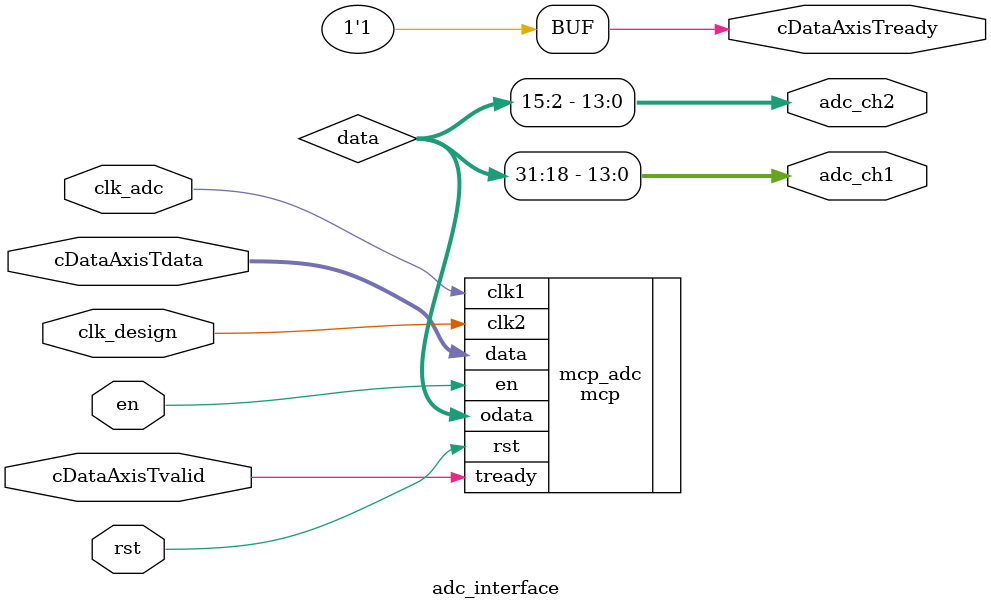
<source format=v>
module adc_interface
(
    input wire clk_design, clk_adc, rst, en,

    input wire [31:0] cDataAxisTdata,
    input wire cDataAxisTvalid,
    output wire cDataAxisTready,

    output wire [13:0] adc_ch1,
    output wire [13:0] adc_ch2
);

assign cDataAxisTready = 1;

wire [31:0] data;

mcp mcp_adc
(  
    .clk1(clk_adc), .clk2(clk_design), .rst(rst), .en(en),
    .data(cDataAxisTdata), .tready(cDataAxisTvalid),
    .odata(data)
);

assign adc_ch1 = data [31:18];
assign adc_ch2 = data [15:2];


endmodule
</source>
